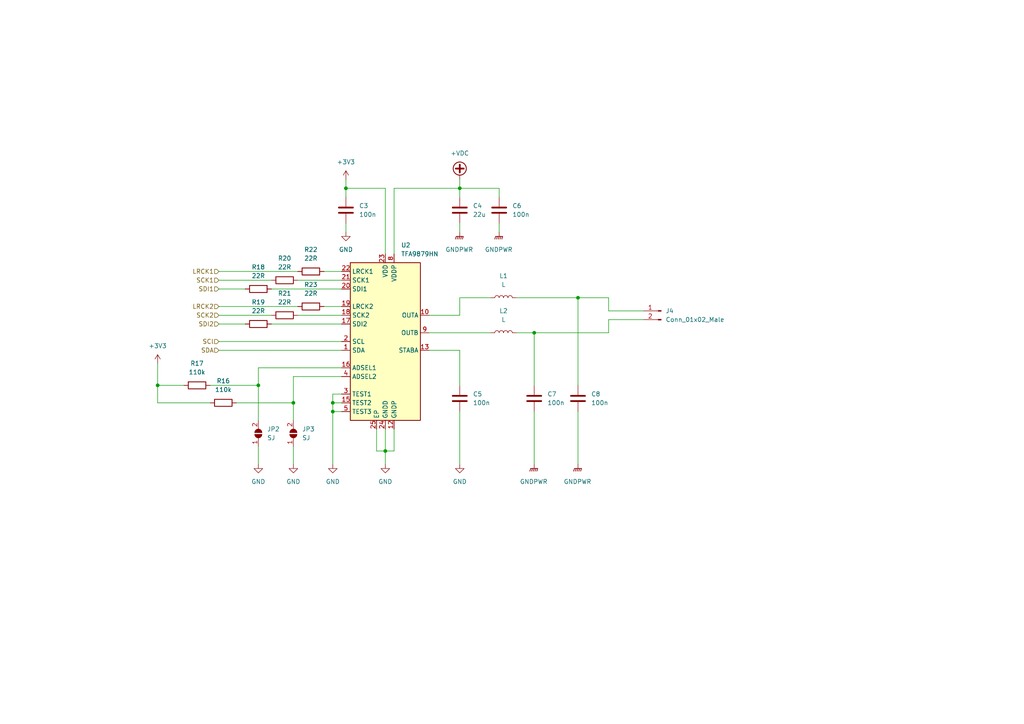
<source format=kicad_sch>
(kicad_sch (version 20211123) (generator eeschema)
  (paper "A4")
  (lib_symbols
    (symbol "Amplifier_Audio:TFA9879HN"
      (property "Reference" "U" (at -7.62 27.94 0))
      (property "Value" "TFA9879HN" (at -12.7 25.4 0))
      (symbol "TFA9879HN_0_1"
        (polyline (pts (xy -10.16 22.86) (xy 10.16 22.86) (xy 10.16 -22.86) (xy -10.16 -22.86) (xy -10.16 22.86)) (stroke (width 0.254)) (fill (type background)))
      )
      (symbol "TFA9879HN_1_1"
        (pin bidirectional line (at -12.7 -2.54 0) (length 2.54) (name "SDA") (number "1"))
        (pin output line (at 12.7 7.62 180) (length 2.54) (name "OUTA") (number "10"))
        (pin passive line (at 2.54 -25.4 90) (length 2.54) hide (name "GNDP") (number "11"))
        (pin power_in line (at 2.54 -25.4 90) (length 2.54) (name "GNDP") (number "12"))
        (pin output line (at 12.7 -2.54 180) (length 2.54) (name "STABA") (number "13"))
        (pin no_connect line (at 10.16 -10.16 180) (length 2.54) hide (name "NC") (number "14"))
        (pin input line (at -12.7 -17.78 0) (length 2.54) (name "TEST2") (number "15"))
        (pin input line (at -12.7 -7.62 0) (length 2.54) (name "ADSEL1") (number "16"))
        (pin input line (at -12.7 5.08 0) (length 2.54) (name "SDI2") (number "17"))
        (pin input line (at -12.7 7.62 0) (length 2.54) (name "SCK2") (number "18"))
        (pin input line (at -12.7 10.16 0) (length 2.54) (name "LRCK2") (number "19"))
        (pin input line (at -12.7 0 0) (length 2.54) (name "SCL") (number "2"))
        (pin input line (at -12.7 15.24 0) (length 2.54) (name "SDI1") (number "20"))
        (pin input line (at -12.7 17.78 0) (length 2.54) (name "SCK1") (number "21"))
        (pin input line (at -12.7 20.32 0) (length 2.54) (name "LRCK1") (number "22"))
        (pin power_in line (at 0 25.4 270) (length 2.54) (name "VDD") (number "23"))
        (pin power_in line (at 0 -25.4 90) (length 2.54) (name "GNDD") (number "24"))
        (pin passive line (at -2.54 -25.4 90) (length 2.54) (name "EP") (number "25"))
        (pin input line (at -12.7 -15.24 0) (length 2.54) (name "TEST1") (number "3"))
        (pin input line (at -12.7 -10.16 0) (length 2.54) (name "ADSEL2") (number "4"))
        (pin input line (at -12.7 -20.32 0) (length 2.54) (name "TEST3") (number "5"))
        (pin no_connect line (at 10.16 -12.7 180) (length 2.54) hide (name "NC") (number "6"))
        (pin passive line (at 2.54 25.4 270) (length 2.54) hide (name "VDDP") (number "7"))
        (pin power_in line (at 2.54 25.4 270) (length 2.54) (name "VDDP") (number "8"))
        (pin output line (at 12.7 2.54 180) (length 2.54) (name "OUTB") (number "9"))
      )
    )
    (symbol "Connector:Conn_01x02_Male" (pin_names (offset 1.016) hide)
      (property "Reference" "J" (at 0 2.54 0))
      (property "Value" "Conn_01x02_Male" (at 0 -5.08 0))
      (symbol "Conn_01x02_Male_1_1"
        (polyline (pts (xy 1.27 -2.54) (xy 0.8636 -2.54)) (stroke (width 0.1524)))
        (polyline (pts (xy 1.27 0) (xy 0.8636 0)) (stroke (width 0.1524)))
        (rectangle (start 0.8636 -2.413) (end 0 -2.667) (stroke (width 0.1524)) (fill (type outline)))
        (rectangle (start 0.8636 0.127) (end 0 -0.127) (stroke (width 0.1524)) (fill (type outline)))
        (pin passive line (at 5.08 0 180) (length 3.81) (name "Pin_1") (number "1"))
        (pin passive line (at 5.08 -2.54 180) (length 3.81) (name "Pin_2") (number "2"))
      )
    )
    (symbol "Device:C" (pin_numbers hide) (pin_names (offset 0.254))
      (property "Reference" "C" (at 0.635 2.54 0))
      (property "Value" "C" (at 0.635 -2.54 0))
      (symbol "C_0_1"
        (polyline (pts (xy -2.032 -0.762) (xy 2.032 -0.762)) (stroke (width 0.508)))
        (polyline (pts (xy -2.032 0.762) (xy 2.032 0.762)) (stroke (width 0.508)))
      )
      (symbol "C_1_1"
        (pin passive line (at 0 3.81 270) (length 2.794) (name "~") (number "1"))
        (pin passive line (at 0 -3.81 90) (length 2.794) (name "~") (number "2"))
      )
    )
    (symbol "Device:L" (pin_numbers hide) (pin_names (offset 1.016) hide)
      (property "Reference" "L" (at -1.27 0 90))
      (property "Value" "L" (at 1.905 0 90))
      (symbol "L_0_1"
        (arc (start 0 -2.54) (mid 0.635 -1.905) (end 0 -1.27))
        (arc (start 0 -1.27) (mid 0.635 -0.635) (end 0 0))
        (arc (start 0 0) (mid 0.635 0.635) (end 0 1.27))
        (arc (start 0 1.27) (mid 0.635 1.905) (end 0 2.54))
      )
      (symbol "L_1_1"
        (pin passive line (at 0 3.81 270) (length 1.27) (name "1") (number "1"))
        (pin passive line (at 0 -3.81 90) (length 1.27) (name "2") (number "2"))
      )
    )
    (symbol "Device:R" (pin_numbers hide) (pin_names (offset 0))
      (property "Reference" "R" (at 2.032 0 90))
      (property "Value" "R" (at 0 0 90))
      (symbol "R_0_1"
        (rectangle (start -1.016 -2.54) (end 1.016 2.54) (stroke (width 0.254)))
      )
      (symbol "R_1_1"
        (pin passive line (at 0 3.81 270) (length 1.27) (name "~") (number "1"))
        (pin passive line (at 0 -3.81 90) (length 1.27) (name "~") (number "2"))
      )
    )
    (symbol "Jumper:SolderJumper_2_Open" (pin_names (offset 0) hide)
      (property "Reference" "JP" (at 0 2.032 0))
      (property "Value" "SolderJumper_2_Open" (at 0 -2.54 0))
      (symbol "SolderJumper_2_Open_0_1"
        (arc (start -0.254 1.016) (mid -1.27 0) (end -0.254 -1.016))
        (arc (start -0.254 1.016) (mid -1.27 0) (end -0.254 -1.016) (fill (type outline)))
        (polyline (pts (xy -0.254 1.016) (xy -0.254 -1.016)))
        (polyline (pts (xy 0.254 1.016) (xy 0.254 -1.016)))
        (arc (start 0.254 -1.016) (mid 1.27 0) (end 0.254 1.016))
        (arc (start 0.254 -1.016) (mid 1.27 0) (end 0.254 1.016) (fill (type outline)))
      )
      (symbol "SolderJumper_2_Open_1_1"
        (pin passive line (at -3.81 0 0) (length 2.54) (name "A") (number "1"))
        (pin passive line (at 3.81 0 180) (length 2.54) (name "B") (number "2"))
      )
    )
    (symbol "power:+3V3" (power) (pin_names (offset 0))
      (property "Value" "+3V3" (at 0 3.556 0))
      (symbol "+3V3_0_1"
        (polyline (pts (xy -0.762 1.27) (xy 0 2.54)))
        (polyline (pts (xy 0 0) (xy 0 2.54)))
        (polyline (pts (xy 0 2.54) (xy 0.762 1.27)))
      )
      (symbol "+3V3_1_1"
        (pin power_in line (at 0 0 90) (length 0) hide (name "+3V3") (number "1"))
      )
    )
    (symbol "power:+VDC" (power) (pin_names (offset 0))
      (property "Value" "+VDC" (at 0 6.35 0))
      (symbol "+VDC_0_1"
        (polyline (pts (xy -1.143 3.175) (xy 1.143 3.175)) (stroke (width 0.508)))
        (polyline (pts (xy 0 0) (xy 0 1.27)))
        (polyline (pts (xy 0 2.032) (xy 0 4.318)) (stroke (width 0.508)))
        (circle (center 0 3.175) (radius 1.905) (stroke (width 0.254)))
      )
      (symbol "+VDC_1_1"
        (pin power_in line (at 0 0 90) (length 0) hide (name "+VDC") (number "1"))
      )
    )
    (symbol "power:GND" (power) (pin_names (offset 0))
      (property "Value" "GND" (at 0 -3.81 0))
      (symbol "GND_0_1"
        (polyline (pts (xy 0 0) (xy 0 -1.27) (xy 1.27 -1.27) (xy 0 -2.54) (xy -1.27 -1.27) (xy 0 -1.27)))
      )
      (symbol "GND_1_1"
        (pin power_in line (at 0 0 270) (length 0) hide (name "GND") (number "1"))
      )
    )
    (symbol "power:GNDPWR" (power) (pin_names (offset 0))
      (property "Value" "GNDPWR" (at 0 -3.302 0))
      (symbol "GNDPWR_0_1"
        (polyline (pts (xy 0 -1.27) (xy 0 0)))
        (polyline (pts (xy -1.016 -1.27) (xy -1.27 -2.032) (xy -1.27 -2.032)) (stroke (width 0.2032)))
        (polyline (pts (xy -0.508 -1.27) (xy -0.762 -2.032) (xy -0.762 -2.032)) (stroke (width 0.2032)))
        (polyline (pts (xy 0 -1.27) (xy -0.254 -2.032) (xy -0.254 -2.032)) (stroke (width 0.2032)))
        (polyline (pts (xy 0.508 -1.27) (xy 0.254 -2.032) (xy 0.254 -2.032)) (stroke (width 0.2032)))
        (polyline (pts (xy 1.016 -1.27) (xy -1.016 -1.27) (xy -1.016 -1.27)) (stroke (width 0.2032)))
        (polyline (pts (xy 1.016 -1.27) (xy 0.762 -2.032) (xy 0.762 -2.032) (xy 0.762 -2.032)) (stroke (width 0.2032)))
      )
      (symbol "GNDPWR_1_1"
        (pin power_in line (at 0 0 270) (length 0) hide (name "GNDPWR") (number "1"))
      )
    )
  )
  (junction (at 154.94 96.52))
  (junction (at 167.64 86.36))
  (junction (at 74.93 111.76))
  (junction (at 96.52 116.84))
  (junction (at 111.76 130.81))
  (junction (at 96.52 119.38))
  (junction (at 100.33 54.61))
  (junction (at 85.09 116.84))
  (junction (at 133.35 54.61))
  (junction (at 45.72 111.76))
  (wire (pts (xy 74.93 129.54) (xy 74.93 134.62)))
  (wire (pts (xy 96.52 119.38) (xy 96.52 116.84)))
  (wire (pts (xy 99.06 109.22) (xy 85.09 109.22)))
  (wire (pts (xy 133.35 54.61) (xy 114.3 54.61)))
  (wire (pts (xy 114.3 130.81) (xy 114.3 124.46)))
  (wire (pts (xy 149.86 86.36) (xy 167.64 86.36)))
  (wire (pts (xy 133.35 52.07) (xy 133.35 54.61)))
  (wire (pts (xy 133.35 54.61) (xy 133.35 57.15)))
  (wire (pts (xy 111.76 54.61) (xy 111.76 73.66)))
  (wire (pts (xy 96.52 119.38) (xy 99.06 119.38)))
  (wire (pts (xy 100.33 54.61) (xy 111.76 54.61)))
  (wire (pts (xy 93.98 88.9) (xy 99.06 88.9)))
  (wire (pts (xy 133.35 54.61) (xy 144.78 54.61)))
  (wire (pts (xy 63.5 101.6) (xy 99.06 101.6)))
  (wire (pts (xy 133.35 91.44) (xy 133.35 86.36)))
  (wire (pts (xy 124.46 91.44) (xy 133.35 91.44)))
  (wire (pts (xy 85.09 109.22) (xy 85.09 116.84)))
  (wire (pts (xy 63.5 88.9) (xy 86.36 88.9)))
  (wire (pts (xy 167.64 119.38) (xy 167.64 134.62)))
  (wire (pts (xy 176.53 96.52) (xy 176.53 92.71)))
  (wire (pts (xy 133.35 86.36) (xy 142.24 86.36)))
  (wire (pts (xy 100.33 64.77) (xy 100.33 67.31)))
  (wire (pts (xy 63.5 83.82) (xy 71.12 83.82)))
  (wire (pts (xy 78.74 93.98) (xy 99.06 93.98)))
  (wire (pts (xy 176.53 92.71) (xy 186.69 92.71)))
  (wire (pts (xy 63.5 91.44) (xy 78.74 91.44)))
  (wire (pts (xy 154.94 119.38) (xy 154.94 134.62)))
  (wire (pts (xy 133.35 64.77) (xy 133.35 67.31)))
  (wire (pts (xy 124.46 96.52) (xy 142.24 96.52)))
  (wire (pts (xy 176.53 90.17) (xy 186.69 90.17)))
  (wire (pts (xy 68.58 116.84) (xy 85.09 116.84)))
  (wire (pts (xy 144.78 64.77) (xy 144.78 67.31)))
  (wire (pts (xy 45.72 111.76) (xy 45.72 105.41)))
  (wire (pts (xy 63.5 93.98) (xy 71.12 93.98)))
  (wire (pts (xy 109.22 130.81) (xy 109.22 124.46)))
  (wire (pts (xy 133.35 101.6) (xy 133.35 111.76)))
  (wire (pts (xy 167.64 86.36) (xy 176.53 86.36)))
  (wire (pts (xy 78.74 83.82) (xy 99.06 83.82)))
  (wire (pts (xy 63.5 78.74) (xy 86.36 78.74)))
  (wire (pts (xy 111.76 130.81) (xy 109.22 130.81)))
  (wire (pts (xy 96.52 134.62) (xy 96.52 119.38)))
  (wire (pts (xy 86.36 81.28) (xy 99.06 81.28)))
  (wire (pts (xy 154.94 96.52) (xy 154.94 111.76)))
  (wire (pts (xy 100.33 52.07) (xy 100.33 54.61)))
  (wire (pts (xy 53.34 111.76) (xy 45.72 111.76)))
  (wire (pts (xy 86.36 91.44) (xy 99.06 91.44)))
  (wire (pts (xy 96.52 116.84) (xy 96.52 114.3)))
  (wire (pts (xy 133.35 119.38) (xy 133.35 134.62)))
  (wire (pts (xy 60.96 111.76) (xy 74.93 111.76)))
  (wire (pts (xy 96.52 114.3) (xy 99.06 114.3)))
  (wire (pts (xy 99.06 106.68) (xy 74.93 106.68)))
  (wire (pts (xy 111.76 130.81) (xy 111.76 134.62)))
  (wire (pts (xy 85.09 116.84) (xy 85.09 121.92)))
  (wire (pts (xy 154.94 96.52) (xy 176.53 96.52)))
  (wire (pts (xy 96.52 116.84) (xy 99.06 116.84)))
  (wire (pts (xy 63.5 99.06) (xy 99.06 99.06)))
  (wire (pts (xy 111.76 124.46) (xy 111.76 130.81)))
  (wire (pts (xy 144.78 54.61) (xy 144.78 57.15)))
  (wire (pts (xy 167.64 86.36) (xy 167.64 111.76)))
  (wire (pts (xy 111.76 130.81) (xy 114.3 130.81)))
  (wire (pts (xy 149.86 96.52) (xy 154.94 96.52)))
  (wire (pts (xy 60.96 116.84) (xy 45.72 116.84)))
  (wire (pts (xy 124.46 101.6) (xy 133.35 101.6)))
  (wire (pts (xy 45.72 116.84) (xy 45.72 111.76)))
  (wire (pts (xy 63.5 81.28) (xy 78.74 81.28)))
  (wire (pts (xy 100.33 54.61) (xy 100.33 57.15)))
  (wire (pts (xy 93.98 78.74) (xy 99.06 78.74)))
  (wire (pts (xy 74.93 111.76) (xy 74.93 121.92)))
  (wire (pts (xy 85.09 129.54) (xy 85.09 134.62)))
  (wire (pts (xy 74.93 106.68) (xy 74.93 111.76)))
  (wire (pts (xy 114.3 54.61) (xy 114.3 73.66)))
  (wire (pts (xy 176.53 86.36) (xy 176.53 90.17)))
  (hierarchical_label "LRCK2" (shape input) (at 63.5 88.9 180))
  (hierarchical_label "SDI1" (shape input) (at 63.5 83.82 180))
  (hierarchical_label "SDA" (shape input) (at 63.5 101.6 180))
  (hierarchical_label "SCl" (shape input) (at 63.5 99.06 180))
  (hierarchical_label "LRCK1" (shape input) (at 63.5 78.74 180))
  (hierarchical_label "SCK1" (shape input) (at 63.5 81.28 180))
  (hierarchical_label "SDI2" (shape input) (at 63.5 93.98 180))
  (hierarchical_label "SCK2" (shape input) (at 63.5 91.44 180))
  (symbol (lib_id "Jumper:SolderJumper_2_Open") (at 74.93 125.73 90) (unit 1)
    (property "Reference" "JP2" (at 77.47 124.4599 90) (effects (justify right)))
    (property "Value" "SJ" (at 77.47 126.9999 90) (effects (justify right)))
    (property "Footprint" "Jumper:SolderJumper-2_P1.3mm_Open_RoundedPad1.0x1.5mm" (effects hide))
  )
  (symbol (lib_id "power:GNDPWR") (at 133.35 67.31 0) (unit 1)
    (property "Reference" "#PWR037" (effects hide))
    (property "Value" "GNDPWR" (at 133.223 72.39 0))
  )
  (symbol (lib_id "Jumper:SolderJumper_2_Open") (at 85.09 125.73 90) (unit 1)
    (property "Reference" "JP3" (at 87.63 124.4599 90) (effects (justify right)))
    (property "Value" "SJ" (at 87.63 126.9999 90) (effects (justify right)))
    (property "Footprint" "Jumper:SolderJumper-2_P1.3mm_Open_RoundedPad1.0x1.5mm" (effects hide))
  )
  (symbol (lib_id "power:GND") (at 111.76 134.62 0) (unit 1)
    (property "Reference" "#PWR035" (effects hide))
    (property "Value" "GND" (at 111.76 139.7 0))
  )
  (symbol (lib_id "power:GND") (at 100.33 67.31 0) (unit 1)
    (property "Reference" "#PWR034" (effects hide))
    (property "Value" "GND" (at 100.33 72.39 0))
  )
  (symbol (lib_id "Device:C") (at 133.35 115.57 0) (unit 1)
    (property "Reference" "C5" (at 137.16 114.2999 0) (effects (justify left)))
    (property "Value" "100n" (at 137.16 116.8399 0) (effects (justify left)))
    (property "Footprint" "Capacitor_SMD:C_0603_1608Metric" (effects hide))
  )
  (symbol (lib_id "Device:R") (at 90.17 88.9 90) (unit 1)
    (property "Reference" "R23" (at 90.17 82.55 90))
    (property "Value" "22R" (at 90.17 85.09 90))
    (property "Footprint" "Resistor_SMD:R_0603_1608Metric" (effects hide))
  )
  (symbol (lib_id "Device:C") (at 133.35 60.96 0) (unit 1)
    (property "Reference" "C4" (at 137.16 59.6899 0) (effects (justify left)))
    (property "Value" "22u" (at 137.16 62.2299 0) (effects (justify left)))
    (property "Footprint" "Capacitor_SMD:C_1206_3216Metric" (effects hide))
  )
  (symbol (lib_id "Device:R") (at 82.55 81.28 90) (unit 1)
    (property "Reference" "R20" (at 82.55 74.93 90))
    (property "Value" "22R" (at 82.55 77.47 90))
    (property "Footprint" "Resistor_SMD:R_0603_1608Metric" (effects hide))
  )
  (symbol (lib_id "power:GNDPWR") (at 144.78 67.31 0) (unit 1)
    (property "Reference" "#PWR039" (effects hide))
    (property "Value" "GNDPWR" (at 144.653 72.39 0))
  )
  (symbol (lib_id "Device:L") (at 146.05 86.36 90) (unit 1)
    (property "Reference" "L1" (at 146.05 80.01 90))
    (property "Value" "L" (at 146.05 82.55 90))
    (property "Footprint" "Inductor_SMD:L_0603_1608Metric" (effects hide))
  )
  (symbol (lib_id "Amplifier_Audio:TFA9879HN") (at 111.76 99.06 0) (unit 1)
    (property "Reference" "U2" (at 116.3194 71.12 0) (effects (justify left)))
    (property "Value" "TFA9879HN" (at 116.3194 73.66 0) (effects (justify left)))
    (property "Footprint" "Package_DFN_QFN:HVQFN-24-1EP_4x4mm_P0.5mm_EP2.6x2.6mm_ThermalVias" (effects hide))
    (property "Datasheet" "https://www.nxp.com/docs/en/data-sheet/TFA9879.pdf" (effects hide))
  )
  (symbol (lib_id "Device:C") (at 154.94 115.57 0) (unit 1)
    (property "Reference" "C7" (at 158.75 114.2999 0) (effects (justify left)))
    (property "Value" "100n" (at 158.75 116.8399 0) (effects (justify left)))
    (property "Footprint" "Capacitor_SMD:C_0603_1608Metric" (effects hide))
  )
  (symbol (lib_id "power:GND") (at 85.09 134.62 0) (unit 1)
    (property "Reference" "#PWR031" (effects hide))
    (property "Value" "GND" (at 85.09 139.7 0))
  )
  (symbol (lib_id "Device:C") (at 100.33 60.96 0) (unit 1)
    (property "Reference" "C3" (at 104.14 59.6899 0) (effects (justify left)))
    (property "Value" "100n" (at 104.14 62.2299 0) (effects (justify left)))
    (property "Footprint" "Capacitor_SMD:C_0603_1608Metric" (effects hide))
  )
  (symbol (lib_id "Device:L") (at 146.05 96.52 90) (unit 1)
    (property "Reference" "L2" (at 146.05 90.17 90))
    (property "Value" "L" (at 146.05 92.71 90))
    (property "Footprint" "Inductor_SMD:L_0603_1608Metric" (effects hide))
  )
  (symbol (lib_id "Device:R") (at 64.77 116.84 90) (unit 1)
    (property "Reference" "R16" (at 64.77 110.49 90))
    (property "Value" "110k" (at 64.77 113.03 90))
    (property "Footprint" "Resistor_SMD:R_0603_1608Metric" (effects hide))
  )
  (symbol (lib_id "Device:R") (at 57.15 111.76 90) (unit 1)
    (property "Reference" "R17" (at 57.15 105.41 90))
    (property "Value" "110k" (at 57.15 107.95 90))
    (property "Footprint" "Resistor_SMD:R_0603_1608Metric" (effects hide))
  )
  (symbol (lib_id "Device:R") (at 82.55 91.44 90) (unit 1)
    (property "Reference" "R21" (at 82.55 85.09 90))
    (property "Value" "22R" (at 82.55 87.63 90))
    (property "Footprint" "Resistor_SMD:R_0603_1608Metric" (effects hide))
  )
  (symbol (lib_id "Device:R") (at 90.17 78.74 90) (unit 1)
    (property "Reference" "R22" (at 90.17 72.39 90))
    (property "Value" "22R" (at 90.17 74.93 90))
    (property "Footprint" "Resistor_SMD:R_0603_1608Metric" (effects hide))
  )
  (symbol (lib_id "power:GND") (at 133.35 134.62 0) (unit 1)
    (property "Reference" "#PWR038" (effects hide))
    (property "Value" "GND" (at 133.35 139.7 0))
  )
  (symbol (lib_id "power:GND") (at 74.93 134.62 0) (unit 1)
    (property "Reference" "#PWR030" (effects hide))
    (property "Value" "GND" (at 74.93 139.7 0))
  )
  (symbol (lib_id "power:GND") (at 96.52 134.62 0) (unit 1)
    (property "Reference" "#PWR032" (effects hide))
    (property "Value" "GND" (at 96.52 139.7 0))
  )
  (symbol (lib_id "power:+VDC") (at 133.35 52.07 0) (unit 1)
    (property "Reference" "#PWR036" (effects hide))
    (property "Value" "+VDC" (at 133.35 44.45 0))
  )
  (symbol (lib_id "Device:R") (at 74.93 93.98 90) (unit 1)
    (property "Reference" "R19" (at 74.93 87.63 90))
    (property "Value" "22R" (at 74.93 90.17 90))
    (property "Footprint" "Resistor_SMD:R_0603_1608Metric" (effects hide))
  )
  (symbol (lib_id "Device:R") (at 74.93 83.82 90) (unit 1)
    (property "Reference" "R18" (at 74.93 77.47 90))
    (property "Value" "22R" (at 74.93 80.01 90))
    (property "Footprint" "Resistor_SMD:R_0603_1608Metric" (effects hide))
  )
  (symbol (lib_id "Device:C") (at 144.78 60.96 0) (unit 1)
    (property "Reference" "C6" (at 148.59 59.6899 0) (effects (justify left)))
    (property "Value" "100n" (at 148.59 62.2299 0) (effects (justify left)))
    (property "Footprint" "Capacitor_SMD:C_0603_1608Metric" (effects hide))
  )
  (symbol (lib_id "power:+3V3") (at 45.72 105.41 0) (unit 1)
    (property "Reference" "#PWR029" (effects hide))
    (property "Value" "+3V3" (at 45.72 100.33 0))
  )
  (symbol (lib_id "power:GNDPWR") (at 167.64 134.62 0) (unit 1)
    (property "Reference" "#PWR041" (effects hide))
    (property "Value" "GNDPWR" (at 167.513 139.7 0))
  )
  (symbol (lib_id "Connector:Conn_01x02_Male") (at 191.77 90.17 0) (mirror y) (unit 1)
    (property "Reference" "J4" (at 193.04 90.1699 0) (effects (justify right)))
    (property "Value" "Conn_01x02_Male" (at 193.04 92.7099 0) (effects (justify right)))
    (property "Footprint" "Connector_PinHeader_2.54mm:PinHeader_1x02_P2.54mm_Vertical" (effects hide))
  )
  (symbol (lib_id "Device:C") (at 167.64 115.57 0) (unit 1)
    (property "Reference" "C8" (at 171.45 114.2999 0) (effects (justify left)))
    (property "Value" "100n" (at 171.45 116.8399 0) (effects (justify left)))
    (property "Footprint" "Capacitor_SMD:C_0603_1608Metric" (effects hide))
  )
  (symbol (lib_id "power:GNDPWR") (at 154.94 134.62 0) (unit 1)
    (property "Reference" "#PWR040" (effects hide))
    (property "Value" "GNDPWR" (at 154.813 139.7 0))
  )
  (symbol (lib_id "power:+3V3") (at 100.33 52.07 0) (unit 1)
    (property "Reference" "#PWR033" (effects hide))
    (property "Value" "+3V3" (at 100.33 46.99 0))
  )
)
</source>
